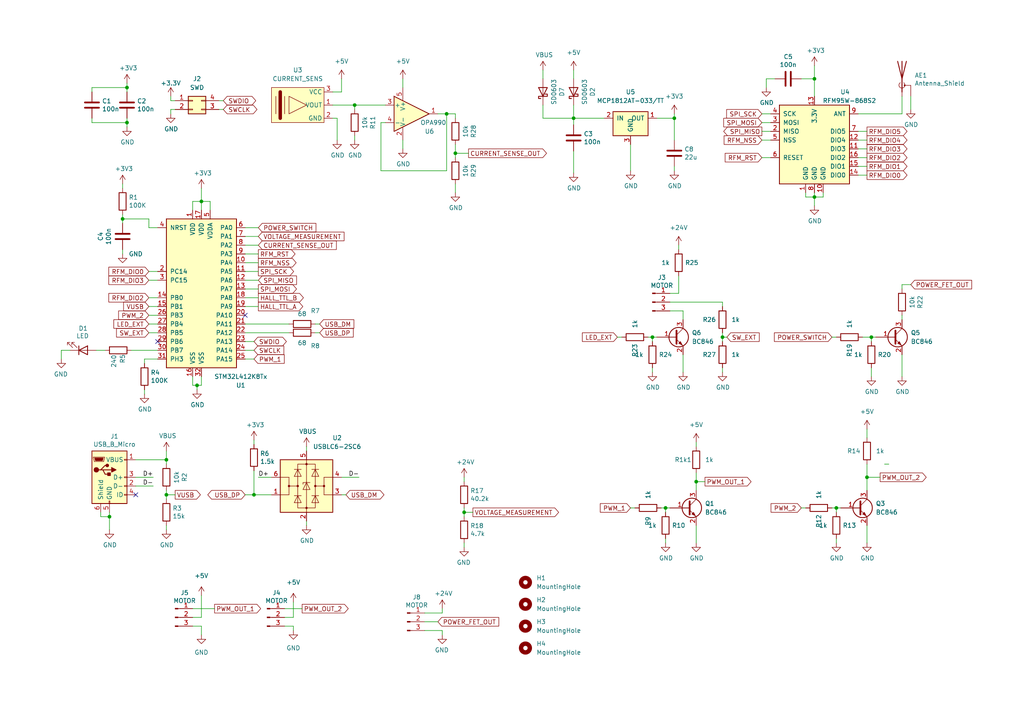
<source format=kicad_sch>
(kicad_sch (version 20230121) (generator eeschema)
  (paper "A4")
  (junction (at 195.58 34.29))
  (junction (at 193.04 147.32))
  (junction (at 209.55 97.79))
  (junction (at 201.93 139.7))
  (junction (at 35.56 63.5))
  (junction (at 166.37 34.29))
  (junction (at 236.22 57.15))
  (junction (at 58.42 58.42))
  (junction (at 36.83 25.4))
  (junction (at 134.62 148.59))
  (junction (at 102.87 30.48))
  (junction (at 242.57 147.32))
  (junction (at 252.73 97.79))
  (junction (at 251.46 138.43))
  (junction (at 48.26 143.51))
  (junction (at 236.22 22.86))
  (junction (at 132.08 44.45))
  (junction (at 129.54 33.02))
  (junction (at 36.83 35.56))
  (junction (at 48.26 133.35))
  (junction (at 189.23 97.79))
  (junction (at 31.75 149.86))
  (junction (at 57.15 111.76))
  (junction (at 73.66 143.51))
  (no_connect (at 45.72 99.06))
  (no_connect (at 71.12 91.44))
  (no_connect (at 39.37 143.51))
  (wire (pts (xy 134.62 149.86) (xy 134.62 148.59)))
  (wire (pts (xy 251.46 43.18) (xy 248.92 43.18)))
  (wire (pts (xy 166.37 50.165) (xy 166.37 43.815)))
  (wire (pts (xy 250.19 97.79) (xy 252.73 97.79)))
  (wire (pts (xy 256.54 134.62) (xy 257.81 134.62)))
  (wire (pts (xy 60.96 58.42) (xy 60.96 60.96)))
  (wire (pts (xy 71.12 71.12) (xy 74.93 71.12)))
  (wire (pts (xy 43.18 63.5) (xy 35.56 63.5)))
  (wire (pts (xy 195.58 49.53) (xy 195.58 48.26)))
  (wire (pts (xy 78.74 143.51) (xy 73.66 143.51)))
  (wire (pts (xy 251.46 134.62) (xy 251.46 138.43)))
  (wire (pts (xy 189.23 97.79) (xy 189.23 99.06)))
  (wire (pts (xy 31.75 149.86) (xy 31.75 148.59)))
  (wire (pts (xy 223.52 45.72) (xy 220.98 45.72)))
  (wire (pts (xy 43.18 93.98) (xy 45.72 93.98)))
  (wire (pts (xy 17.78 101.6) (xy 17.78 104.14)))
  (wire (pts (xy 55.88 60.96) (xy 55.88 58.42)))
  (wire (pts (xy 55.88 176.53) (xy 62.23 176.53)))
  (wire (pts (xy 71.12 86.36) (xy 74.93 86.36)))
  (wire (pts (xy 242.57 147.32) (xy 243.84 147.32)))
  (wire (pts (xy 233.68 57.15) (xy 236.22 57.15)))
  (wire (pts (xy 36.83 25.4) (xy 36.83 26.67)))
  (wire (pts (xy 55.88 109.22) (xy 55.88 111.76)))
  (wire (pts (xy 201.93 139.7) (xy 201.93 142.24)))
  (wire (pts (xy 222.25 22.86) (xy 224.79 22.86)))
  (wire (pts (xy 49.53 29.21) (xy 49.53 27.94)))
  (wire (pts (xy 123.19 177.8) (xy 128.27 177.8)))
  (wire (pts (xy 251.46 138.43) (xy 255.27 138.43)))
  (wire (pts (xy 71.12 101.6) (xy 73.66 101.6)))
  (wire (pts (xy 74.93 138.43) (xy 78.74 138.43)))
  (wire (pts (xy 189.23 97.79) (xy 190.5 97.79)))
  (wire (pts (xy 43.18 63.5) (xy 43.18 66.04)))
  (wire (pts (xy 85.09 174.625) (xy 85.09 179.07)))
  (wire (pts (xy 132.08 53.34) (xy 132.08 55.88)))
  (wire (pts (xy 43.18 66.04) (xy 45.72 66.04)))
  (wire (pts (xy 73.66 136.525) (xy 73.66 143.51)))
  (wire (pts (xy 99.06 143.51) (xy 100.33 143.51)))
  (wire (pts (xy 82.55 181.61) (xy 85.09 181.61)))
  (wire (pts (xy 85.09 181.61) (xy 85.09 182.88)))
  (wire (pts (xy 48.26 142.24) (xy 48.26 143.51)))
  (wire (pts (xy 190.5 34.29) (xy 195.58 34.29)))
  (wire (pts (xy 71.12 93.98) (xy 83.82 93.98)))
  (wire (pts (xy 157.48 34.29) (xy 166.37 34.29)))
  (wire (pts (xy 191.77 147.32) (xy 193.04 147.32)))
  (wire (pts (xy 73.66 104.14) (xy 71.12 104.14)))
  (wire (pts (xy 128.27 182.88) (xy 123.19 182.88)))
  (wire (pts (xy 238.76 57.15) (xy 238.76 55.88)))
  (wire (pts (xy 26.67 26.67) (xy 26.67 25.4)))
  (wire (pts (xy 102.87 39.37) (xy 102.87 40.64)))
  (wire (pts (xy 242.57 156.21) (xy 242.57 157.48)))
  (wire (pts (xy 193.04 147.32) (xy 194.31 147.32)))
  (wire (pts (xy 57.15 111.76) (xy 58.42 111.76)))
  (wire (pts (xy 58.42 181.61) (xy 58.42 184.15)))
  (wire (pts (xy 166.37 20.32) (xy 166.37 22.86)))
  (wire (pts (xy 48.26 153.67) (xy 48.26 152.4)))
  (wire (pts (xy 110.49 49.53) (xy 129.54 49.53)))
  (wire (pts (xy 45.72 104.14) (xy 41.91 104.14)))
  (wire (pts (xy 242.57 147.32) (xy 242.57 148.59)))
  (wire (pts (xy 71.12 81.28) (xy 74.93 81.28)))
  (wire (pts (xy 201.93 139.7) (xy 204.47 139.7)))
  (wire (pts (xy 236.22 59.69) (xy 236.22 57.15)))
  (wire (pts (xy 71.12 68.58) (xy 74.93 68.58)))
  (wire (pts (xy 43.18 96.52) (xy 45.72 96.52)))
  (wire (pts (xy 96.52 30.48) (xy 102.87 30.48)))
  (wire (pts (xy 71.12 96.52) (xy 83.82 96.52)))
  (wire (pts (xy 30.48 101.6) (xy 27.94 101.6)))
  (wire (pts (xy 132.08 44.45) (xy 132.08 45.72)))
  (wire (pts (xy 261.62 82.55) (xy 261.62 83.82)))
  (wire (pts (xy 63.5 29.21) (xy 64.77 29.21)))
  (wire (pts (xy 58.42 54.61) (xy 58.42 58.42)))
  (wire (pts (xy 134.62 138.43) (xy 134.62 139.7)))
  (wire (pts (xy 50.8 31.75) (xy 49.53 31.75)))
  (wire (pts (xy 116.84 22.86) (xy 116.84 25.4)))
  (wire (pts (xy 36.83 35.56) (xy 36.83 36.83)))
  (wire (pts (xy 97.79 34.29) (xy 97.79 40.64)))
  (wire (pts (xy 71.12 76.2) (xy 74.93 76.2)))
  (wire (pts (xy 20.32 101.6) (xy 17.78 101.6)))
  (wire (pts (xy 251.46 50.8) (xy 248.92 50.8)))
  (wire (pts (xy 222.25 25.4) (xy 222.25 22.86)))
  (wire (pts (xy 166.37 34.29) (xy 166.37 36.195)))
  (wire (pts (xy 134.62 148.59) (xy 134.62 147.32)))
  (wire (pts (xy 261.62 102.87) (xy 261.62 109.22)))
  (wire (pts (xy 58.42 179.07) (xy 58.42 172.72)))
  (wire (pts (xy 252.73 97.79) (xy 254 97.79)))
  (wire (pts (xy 48.26 143.51) (xy 48.26 144.78)))
  (wire (pts (xy 71.12 99.06) (xy 73.66 99.06)))
  (wire (pts (xy 193.04 147.32) (xy 193.04 148.59)))
  (wire (pts (xy 132.08 44.45) (xy 135.89 44.45)))
  (wire (pts (xy 102.87 30.48) (xy 111.76 30.48)))
  (wire (pts (xy 123.19 180.34) (xy 127 180.34)))
  (wire (pts (xy 241.3 97.79) (xy 242.57 97.79)))
  (wire (pts (xy 58.42 181.61) (xy 55.88 181.61)))
  (wire (pts (xy 134.62 148.59) (xy 137.16 148.59)))
  (wire (pts (xy 194.31 87.63) (xy 209.55 87.63)))
  (wire (pts (xy 129.54 33.02) (xy 132.08 33.02)))
  (wire (pts (xy 26.67 34.29) (xy 26.67 35.56)))
  (wire (pts (xy 41.91 104.14) (xy 41.91 105.41)))
  (wire (pts (xy 236.22 27.94) (xy 236.22 22.86)))
  (wire (pts (xy 157.48 30.48) (xy 157.48 34.29)))
  (wire (pts (xy 252.73 97.79) (xy 252.73 99.06)))
  (wire (pts (xy 110.49 35.56) (xy 110.49 49.53)))
  (wire (pts (xy 39.37 140.97) (xy 44.45 140.97)))
  (wire (pts (xy 36.83 24.13) (xy 36.83 25.4)))
  (wire (pts (xy 73.66 143.51) (xy 71.12 143.51)))
  (wire (pts (xy 187.96 97.79) (xy 189.23 97.79)))
  (wire (pts (xy 57.15 113.03) (xy 57.15 111.76)))
  (wire (pts (xy 45.72 91.44) (xy 43.18 91.44)))
  (wire (pts (xy 71.12 66.04) (xy 74.93 66.04)))
  (wire (pts (xy 201.93 137.16) (xy 201.93 139.7)))
  (wire (pts (xy 194.31 85.09) (xy 196.85 85.09)))
  (wire (pts (xy 35.56 63.5) (xy 35.56 62.23)))
  (wire (pts (xy 129.54 49.53) (xy 129.54 33.02)))
  (wire (pts (xy 248.92 33.02) (xy 261.62 33.02)))
  (wire (pts (xy 261.62 91.44) (xy 261.62 92.71)))
  (wire (pts (xy 220.98 35.56) (xy 223.52 35.56)))
  (wire (pts (xy 196.85 85.09) (xy 196.85 80.01)))
  (wire (pts (xy 232.41 147.32) (xy 233.68 147.32)))
  (wire (pts (xy 232.41 22.86) (xy 236.22 22.86)))
  (wire (pts (xy 251.46 38.1) (xy 248.92 38.1)))
  (wire (pts (xy 209.55 97.79) (xy 210.82 97.79)))
  (wire (pts (xy 55.88 111.76) (xy 57.15 111.76)))
  (wire (pts (xy 201.93 128.27) (xy 201.93 129.54)))
  (wire (pts (xy 35.56 73.66) (xy 35.56 72.39)))
  (wire (pts (xy 251.46 124.46) (xy 251.46 127)))
  (wire (pts (xy 26.67 35.56) (xy 36.83 35.56)))
  (wire (pts (xy 166.37 34.29) (xy 175.26 34.29)))
  (wire (pts (xy 31.75 153.67) (xy 31.75 149.86)))
  (wire (pts (xy 195.58 33.02) (xy 195.58 34.29)))
  (wire (pts (xy 157.48 20.32) (xy 157.48 22.86)))
  (wire (pts (xy 41.91 114.3) (xy 41.91 113.03)))
  (wire (pts (xy 251.46 45.72) (xy 248.92 45.72)))
  (wire (pts (xy 82.55 176.53) (xy 87.63 176.53)))
  (wire (pts (xy 128.27 176.53) (xy 128.27 177.8)))
  (wire (pts (xy 261.62 27.94) (xy 261.62 33.02)))
  (wire (pts (xy 236.22 57.15) (xy 238.76 57.15)))
  (wire (pts (xy 189.23 106.68) (xy 189.23 107.95)))
  (wire (pts (xy 99.06 22.86) (xy 99.06 26.67)))
  (wire (pts (xy 104.14 138.43) (xy 99.06 138.43)))
  (wire (pts (xy 132.08 41.91) (xy 132.08 44.45)))
  (wire (pts (xy 264.16 31.75) (xy 264.16 27.94)))
  (wire (pts (xy 71.12 73.66) (xy 74.93 73.66)))
  (wire (pts (xy 209.55 87.63) (xy 209.55 88.9)))
  (wire (pts (xy 223.52 38.1) (xy 220.98 38.1)))
  (wire (pts (xy 209.55 97.79) (xy 209.55 99.06)))
  (wire (pts (xy 35.56 53.34) (xy 35.56 54.61)))
  (wire (pts (xy 195.58 34.29) (xy 195.58 40.64)))
  (wire (pts (xy 45.72 86.36) (xy 43.18 86.36)))
  (wire (pts (xy 261.62 82.55) (xy 264.16 82.55)))
  (wire (pts (xy 91.44 93.98) (xy 92.71 93.98)))
  (wire (pts (xy 251.46 152.4) (xy 251.46 157.48)))
  (wire (pts (xy 39.37 138.43) (xy 44.45 138.43)))
  (wire (pts (xy 194.31 90.17) (xy 198.12 90.17)))
  (wire (pts (xy 26.67 25.4) (xy 36.83 25.4)))
  (wire (pts (xy 134.62 158.75) (xy 134.62 157.48)))
  (wire (pts (xy 128.27 182.88) (xy 128.27 184.15)))
  (wire (pts (xy 71.12 78.74) (xy 74.93 78.74)))
  (wire (pts (xy 209.55 96.52) (xy 209.55 97.79)))
  (wire (pts (xy 166.37 30.48) (xy 166.37 34.29)))
  (wire (pts (xy 91.44 96.52) (xy 92.71 96.52)))
  (wire (pts (xy 71.12 83.82) (xy 74.93 83.82)))
  (wire (pts (xy 64.77 31.75) (xy 63.5 31.75)))
  (wire (pts (xy 88.9 152.4) (xy 88.9 151.13)))
  (wire (pts (xy 36.83 34.29) (xy 36.83 35.56)))
  (wire (pts (xy 35.56 64.77) (xy 35.56 63.5)))
  (wire (pts (xy 49.53 29.21) (xy 50.8 29.21)))
  (wire (pts (xy 236.22 57.15) (xy 236.22 55.88)))
  (wire (pts (xy 71.12 88.9) (xy 74.93 88.9)))
  (wire (pts (xy 182.88 147.32) (xy 184.15 147.32)))
  (wire (pts (xy 132.08 34.29) (xy 132.08 33.02)))
  (wire (pts (xy 82.55 179.07) (xy 85.09 179.07)))
  (wire (pts (xy 48.26 133.35) (xy 48.26 134.62)))
  (wire (pts (xy 73.66 127.635) (xy 73.66 128.905)))
  (wire (pts (xy 179.07 97.79) (xy 180.34 97.79)))
  (wire (pts (xy 55.88 179.07) (xy 58.42 179.07)))
  (wire (pts (xy 193.04 156.21) (xy 193.04 157.48)))
  (wire (pts (xy 43.18 81.28) (xy 45.72 81.28)))
  (wire (pts (xy 233.68 55.88) (xy 233.68 57.15)))
  (wire (pts (xy 29.21 148.59) (xy 29.21 149.86)))
  (wire (pts (xy 96.52 26.67) (xy 99.06 26.67)))
  (wire (pts (xy 102.87 30.48) (xy 102.87 31.75)))
  (wire (pts (xy 45.72 101.6) (xy 38.1 101.6)))
  (wire (pts (xy 209.55 106.68) (xy 209.55 107.95)))
  (wire (pts (xy 88.9 129.54) (xy 88.9 130.81)))
  (wire (pts (xy 111.76 35.56) (xy 110.49 35.56)))
  (wire (pts (xy 58.42 60.96) (xy 58.42 58.42)))
  (wire (pts (xy 43.18 78.74) (xy 45.72 78.74)))
  (wire (pts (xy 236.22 22.86) (xy 236.22 19.05)))
  (wire (pts (xy 116.84 40.64) (xy 116.84 43.18)))
  (wire (pts (xy 251.46 40.64) (xy 248.92 40.64)))
  (wire (pts (xy 196.85 71.12) (xy 196.85 72.39)))
  (wire (pts (xy 39.37 133.35) (xy 48.26 133.35)))
  (wire (pts (xy 48.26 130.81) (xy 48.26 133.35)))
  (wire (pts (xy 198.12 102.87) (xy 198.12 107.95)))
  (wire (pts (xy 29.21 149.86) (xy 31.75 149.86)))
  (wire (pts (xy 58.42 58.42) (xy 60.96 58.42)))
  (wire (pts (xy 223.52 33.02) (xy 220.98 33.02)))
  (wire (pts (xy 129.54 33.02) (xy 127 33.02)))
  (wire (pts (xy 252.73 106.68) (xy 252.73 109.22)))
  (wire (pts (xy 43.18 88.9) (xy 45.72 88.9)))
  (wire (pts (xy 182.88 49.53) (xy 182.88 41.91)))
  (wire (pts (xy 198.12 90.17) (xy 198.12 92.71)))
  (wire (pts (xy 220.98 40.64) (xy 223.52 40.64)))
  (wire (pts (xy 58.42 111.76) (xy 58.42 109.22)))
  (wire (pts (xy 49.53 31.75) (xy 49.53 33.02)))
  (wire (pts (xy 251.46 138.43) (xy 251.46 142.24)))
  (wire (pts (xy 201.93 152.4) (xy 201.93 157.48)))
  (wire (pts (xy 55.88 58.42) (xy 58.42 58.42)))
  (wire (pts (xy 241.3 147.32) (xy 242.57 147.32)))
  (wire (pts (xy 251.46 48.26) (xy 248.92 48.26)))
  (wire (pts (xy 48.26 143.51) (xy 50.8 143.51)))
  (wire (pts (xy 97.79 34.29) (xy 96.52 34.29)))
  (label "D-" (at 44.45 140.97 180))
  (label "D-" (at 104.14 138.43 180))
  (label "D+" (at 74.93 138.43 0))
  (label "D+" (at 44.45 138.43 180))
  (global_label "RFM_DIO3" (shape input) (at 43.18 81.28 180) (property "Intersheetrefs" "${INTERSHEET_REFS}" (effects hide)))
  (global_label "PWM_OUT_1" (shape output) (at 204.47 139.7 0) (property "Intersheetrefs" "${INTERSHEET_REFS}" (effects hide)))
  (global_label "RFM_RST" (shape input) (at 220.98 45.72 180) (property "Intersheetrefs" "${INTERSHEET_REFS}" (effects hide)))
  (global_label "USB_DP" (shape input) (at 92.71 96.52 0) (property "Intersheetrefs" "${INTERSHEET_REFS}" (effects hide)))
  (global_label "RFM_DIO4" (shape output) (at 251.46 40.64 0) (property "Intersheetrefs" "${INTERSHEET_REFS}" (effects hide)))
  (global_label "PWM_OUT_1" (shape output) (at 62.23 176.53 0) (property "Intersheetrefs" "${INTERSHEET_REFS}" (effects hide)))
  (global_label "PWM_OUT_2" (shape output) (at 87.63 176.53 0) (property "Intersheetrefs" "${INTERSHEET_REFS}" (effects hide)))
  (global_label "PWM_OUT_2" (shape output) (at 255.27 138.43 0) (property "Intersheetrefs" "${INTERSHEET_REFS}" (effects hide)))
  (global_label "PWM_1" (shape input) (at 182.88 147.32 180) (property "Intersheetrefs" "${INTERSHEET_REFS}" (effects hide)))
  (global_label "VUSB" (shape output) (at 50.8 143.51 0) (property "Intersheetrefs" "${INTERSHEET_REFS}" (effects hide)))
  (global_label "RFM_DIO0" (shape output) (at 251.46 50.8 0) (property "Intersheetrefs" "${INTERSHEET_REFS}" (effects hide)))
  (global_label "SPI_MISO" (shape output) (at 220.98 38.1 180) (property "Intersheetrefs" "${INTERSHEET_REFS}" (effects hide)))
  (global_label "RFM_NSS" (shape input) (at 220.98 40.64 180) (property "Intersheetrefs" "${INTERSHEET_REFS}" (effects hide)))
  (global_label "SW_EXT" (shape input) (at 43.18 96.52 180) (property "Intersheetrefs" "${INTERSHEET_REFS}" (effects hide)))
  (global_label "HALL_TTL_B" (shape output) (at 74.93 86.36 0) (property "Intersheetrefs" "${INTERSHEET_REFS}" (effects hide)))
  (global_label "SPI_SCK" (shape output) (at 74.93 78.74 0) (property "Intersheetrefs" "${INTERSHEET_REFS}" (effects hide)))
  (global_label "PWM_2" (shape input) (at 232.41 147.32 180) (property "Intersheetrefs" "${INTERSHEET_REFS}" (effects hide)))
  (global_label "RFM_DIO2" (shape input) (at 43.18 86.36 180) (property "Intersheetrefs" "${INTERSHEET_REFS}" (effects hide)))
  (global_label "RFM_DIO0" (shape input) (at 43.18 78.74 180) (property "Intersheetrefs" "${INTERSHEET_REFS}" (effects hide)))
  (global_label "POWER_SWITCH" (shape input) (at 241.3 97.79 180) (property "Intersheetrefs" "${INTERSHEET_REFS}" (effects hide)))
  (global_label "VUSB" (shape input) (at 43.18 88.9 180) (property "Intersheetrefs" "${INTERSHEET_REFS}" (effects hide)))
  (global_label "SWCLK" (shape input) (at 73.66 101.6 0) (property "Intersheetrefs" "${INTERSHEET_REFS}" (effects hide)))
  (global_label "SWCLK" (shape bidirectional) (at 64.77 31.75 0) (property "Intersheetrefs" "${INTERSHEET_REFS}" (effects hide)))
  (global_label "RFM_DIO2" (shape output) (at 251.46 45.72 0) (property "Intersheetrefs" "${INTERSHEET_REFS}" (effects hide)))
  (global_label "SPI_SCK" (shape input) (at 220.98 33.02 180) (property "Intersheetrefs" "${INTERSHEET_REFS}" (effects hide)))
  (global_label "VOLTAGE_MEASUREMENT" (shape input) (at 74.93 68.58 0) (property "Intersheetrefs" "${INTERSHEET_REFS}" (effects hide)))
  (global_label "HALL_TTL_A" (shape output) (at 74.93 88.9 0) (property "Intersheetrefs" "${INTERSHEET_REFS}" (effects hide)))
  (global_label "USB_DM" (shape input) (at 92.71 93.98 0) (property "Intersheetrefs" "${INTERSHEET_REFS}" (effects hide)))
  (global_label "USB_DM" (shape bidirectional) (at 100.33 143.51 0) (property "Intersheetrefs" "${INTERSHEET_REFS}" (effects hide)))
  (global_label "RFM_DIO3" (shape output) (at 251.46 43.18 0) (property "Intersheetrefs" "${INTERSHEET_REFS}" (effects hide)))
  (global_label "LED_EXT" (shape input) (at 179.07 97.79 180) (property "Intersheetrefs" "${INTERSHEET_REFS}" (effects hide)))
  (global_label "POWER_FET_OUT" (shape input) (at 264.16 82.55 0) (property "Intersheetrefs" "${INTERSHEET_REFS}" (effects hide)))
  (global_label "SWDIO" (shape bidirectional) (at 73.66 99.06 0) (property "Intersheetrefs" "${INTERSHEET_REFS}" (effects hide)))
  (global_label "RFM_RST" (shape output) (at 74.93 73.66 0) (property "Intersheetrefs" "${INTERSHEET_REFS}" (effects hide)))
  (global_label "POWER_SWITCH" (shape input) (at 74.93 66.04 0) (property "Intersheetrefs" "${INTERSHEET_REFS}" (effects hide)))
  (global_label "CURRENT_SENSE_OUT" (shape input) (at 74.93 71.12 0) (property "Intersheetrefs" "${INTERSHEET_REFS}" (effects hide)))
  (global_label "VOLTAGE_MEASUREMENT" (shape output) (at 137.16 148.59 0) (property "Intersheetrefs" "${INTERSHEET_REFS}" (effects hide)))
  (global_label "USB_DP" (shape bidirectional) (at 71.12 143.51 180) (property "Intersheetrefs" "${INTERSHEET_REFS}" (effects hide)))
  (global_label "SPI_MISO" (shape input) (at 74.93 81.28 0) (property "Intersheetrefs" "${INTERSHEET_REFS}" (effects hide)))
  (global_label "SPI_MOSI" (shape input) (at 220.98 35.56 180) (property "Intersheetrefs" "${INTERSHEET_REFS}" (effects hide)))
  (global_label "CURRENT_SENSE_OUT" (shape output) (at 135.89 44.45 0) (property "Intersheetrefs" "${INTERSHEET_REFS}" (effects hide)))
  (global_label "SW_EXT" (shape input) (at 210.82 97.79 0) (property "Intersheetrefs" "${INTERSHEET_REFS}" (effects hide)))
  (global_label "POWER_FET_OUT" (shape input) (at 127 180.34 0) (property "Intersheetrefs" "${INTERSHEET_REFS}" (effects hide)))
  (global_label "RFM_DIO5" (shape output) (at 251.46 38.1 0) (property "Intersheetrefs" "${INTERSHEET_REFS}" (effects hide)))
  (global_label "PWM_2" (shape input) (at 43.18 91.44 180) (property "Intersheetrefs" "${INTERSHEET_REFS}" (effects hide)))
  (global_label "SWDIO" (shape bidirectional) (at 64.77 29.21 0) (property "Intersheetrefs" "${INTERSHEET_REFS}" (effects hide)))
  (global_label "SPI_MOSI" (shape output) (at 74.93 83.82 0) (property "Intersheetrefs" "${INTERSHEET_REFS}" (effects hide)))
  (global_label "RFM_DIO1" (shape output) (at 251.46 48.26 0) (property "Intersheetrefs" "${INTERSHEET_REFS}" (effects hide)))
  (global_label "RFM_NSS" (shape output) (at 74.93 76.2 0) (property "Intersheetrefs" "${INTERSHEET_REFS}" (effects hide)))
  (global_label "PWM_1" (shape input) (at 73.66 104.14 0) (property "Intersheetrefs" "${INTERSHEET_REFS}" (effects hide)))
  (global_label "LED_EXT" (shape input) (at 43.18 93.98 180) (property "Intersheetrefs" "${INTERSHEET_REFS}" (effects hide)))
  (symbol (lib_id "power:GND") (at 236.22 59.69 0) (unit 1)
    (property "Reference" "#PWR0110" (effects hide))
    (property "Value" "GND" (at 236.347 64.0842 0))
  )
  (symbol (lib_id "power:+24V") (at 196.85 71.12 0) (unit 1)
    (property "Reference" "#PWR0160" (effects hide))
    (property "Value" "+24V" (at 196.85 66.04 0))
  )
  (symbol (lib_id "Device:R") (at 132.08 49.53 0) (mirror y) (unit 1)
    (property "Reference" "R29" (at 137.3378 49.53 90))
    (property "Value" "10k" (at 135.0264 49.53 90))
    (property "Footprint" "Resistor_SMD:R_0603_1608Metric" (effects hide))
    (property "Hersteller Nr." "RT0603FRE0710KL" (effects hide))
    (property "Mouser Nr." "603-RT0603FRE0710KL" (effects hide))
  )
  (symbol (lib_id "power:GND") (at 102.87 40.64 0) (unit 1)
    (property "Reference" "#PWR0109" (effects hide))
    (property "Value" "GND" (at 102.997 45.0342 0))
  )
  (symbol (lib_id "MK_MCU:STM32L412K8Tx") (at 58.42 83.82 0) (unit 1)
    (property "Reference" "U1" (at 69.85 111.76 0))
    (property "Value" "STM32L412K8Tx" (at 69.85 109.22 0))
    (property "Footprint" "Package_QFP:LQFP-32_7x7mm_P0.8mm" (effects hide))
    (property "Hersteller Nr." "STM32L412K8T6" (effects hide))
    (property "Mouser Nr." "511-STM32L412K8T6" (effects hide))
  )
  (symbol (lib_id "Connector:Conn_01x03_Male") (at 189.23 87.63 0) (unit 1)
    (property "Reference" "J3" (at 191.9732 80.4926 0))
    (property "Value" "MOTOR" (at 191.9732 82.804 0))
    (property "Footprint" "Connector_PinHeader_2.54mm:PinHeader_1x03_P2.54mm_Vertical" (effects hide))
  )
  (symbol (lib_id "Mechanical:MountingHole") (at 152.4 168.91 0) (unit 1)
    (property "Reference" "H1" (at 155.575 167.6399 0) (effects (justify left)))
    (property "Value" "MountingHole" (at 155.575 170.1799 0) (effects (justify left)))
    (property "Footprint" "MountingHole:MountingHole_3.2mm_M3" (effects hide))
  )
  (symbol (lib_id "Amplifier_Operational:OPA330xxDBV") (at 119.38 33.02 0) (unit 1)
    (property "Reference" "U6" (at 123.19 38.1 0) (effects (justify left)))
    (property "Value" "OPA990" (at 121.92 35.56 0) (effects (justify left)))
    (property "Footprint" "Package_TO_SOT_SMD:SOT-23-5" (effects hide))
    (property "Datasheet" "https://www.ti.com/lit/ds/symlink/opa990.pdf" (effects hide))
    (property "Hersteller Nr." "OPA990IDBVR " (effects hide))
    (property "Mouser Nr." "595-OPA990IDBVR " (effects hide))
  )
  (symbol (lib_id "Device:C") (at 35.56 68.58 180) (unit 1)
    (property "Reference" "C4" (at 29.1592 68.58 90))
    (property "Value" "100n" (at 31.4706 68.58 90))
    (property "Footprint" "Capacitor_SMD:C_0603_1608Metric" (effects hide))
    (property "Datasheet" "https://www.mouser.ch/datasheet/2/585/MLCC-1837944.pdf" (effects hide))
    (property "Hersteller Nr." "CL10B104KB8NNWC" (effects hide))
    (property "Mouser Nr." "187-CL10B104KB8NNWC" (effects hide))
  )
  (symbol (lib_id "Connector:Conn_01x03_Male") (at 50.8 179.07 0) (unit 1)
    (property "Reference" "J5" (at 53.5432 171.9326 0))
    (property "Value" "MOTOR" (at 53.5432 174.244 0))
    (property "Footprint" "Connector_PinHeader_2.54mm:PinHeader_1x03_P2.54mm_Vertical" (effects hide))
  )
  (symbol (lib_id "power:+24V") (at 128.27 176.53 0) (unit 1)
    (property "Reference" "#PWR0155" (effects hide))
    (property "Value" "+24V" (at 128.651 172.1358 0))
  )
  (symbol (lib_id "power:VBUS") (at 48.26 130.81 0) (unit 1)
    (property "Reference" "#PWR0123" (effects hide))
    (property "Value" "VBUS" (at 48.641 126.4158 0))
  )
  (symbol (lib_id "power:GND") (at 85.09 182.88 0) (unit 1)
    (property "Reference" "#PWR0134" (effects hide))
    (property "Value" "GND" (at 85.09 187.96 0))
  )
  (symbol (lib_id "power:GND") (at 58.42 184.15 0) (unit 1)
    (property "Reference" "#PWR0132" (effects hide))
    (property "Value" "GND" (at 58.42 189.23 0))
  )
  (symbol (lib_id "power:+5V") (at 85.09 174.625 0) (unit 1)
    (property "Reference" "#PWR0127" (effects hide))
    (property "Value" "+5V" (at 85.09 168.91 0))
  )
  (symbol (lib_id "power:GND") (at 31.75 153.67 0) (unit 1)
    (property "Reference" "#PWR0122" (effects hide))
    (property "Value" "GND" (at 31.877 158.0642 0))
  )
  (symbol (lib_id "power:GND") (at 195.58 49.53 0) (unit 1)
    (property "Reference" "#PWR0146" (effects hide))
    (property "Value" "GND" (at 195.707 53.9242 0))
  )
  (symbol (lib_id "power:+5V") (at 166.37 20.32 0) (unit 1)
    (property "Reference" "#PWR0147" (effects hide))
    (property "Value" "+5V" (at 166.37 15.24 0))
  )
  (symbol (lib_id "Device:D_Schottky") (at 166.37 26.67 90) (unit 1)
    (property "Reference" "D2" (at 171.8564 26.67 0))
    (property "Value" "SD0603" (at 169.545 26.67 0))
    (property "Footprint" "Diode_SMD:D_0603_1608Metric" (effects hide))
    (property "Datasheet" "https://www.mouser.ch/datasheet/2/40/schottky-776407.pdf" (effects hide))
    (property "Hersteller Nr." "SD0603S040S0R2" (effects hide))
    (property "Mouser Nr." "581-SD0603S040S0R2 " (effects hide))
  )
  (symbol (lib_id "Connector_Generic:Conn_02x02_Counter_Clockwise") (at 55.88 29.21 0) (unit 1)
    (property "Reference" "J2" (at 57.15 22.86 0))
    (property "Value" "SWD" (at 57.15 25.4 0))
    (property "Footprint" "Connector_PinHeader_2.54mm:PinHeader_2x02_P2.54mm_Vertical" (effects hide))
  )
  (symbol (lib_id "power:+24V") (at 134.62 138.43 0) (unit 1)
    (property "Reference" "#PWR0151" (effects hide))
    (property "Value" "+24V" (at 135.001 134.0358 0))
  )
  (symbol (lib_id "Device:LED") (at 24.13 101.6 0) (mirror x) (unit 1)
    (property "Reference" "D1" (at 24.13 95.25 0))
    (property "Value" "LED" (at 23.9522 97.4344 0))
    (property "Footprint" "LED_SMD:LED_0603_1608Metric" (effects hide))
    (property "Hersteller Nr." "150060VS75000" (effects hide))
    (property "Mouser Nr." "710-150060VS75000" (effects hide))
  )
  (symbol (lib_id "Device:R") (at 134.62 153.67 0) (unit 1)
    (property "Reference" "R18" (at 136.398 152.5016 0) (effects (justify left)))
    (property "Value" "4.7k" (at 136.398 154.813 0) (effects (justify left)))
    (property "Footprint" "Resistor_SMD:R_0603_1608Metric" (effects hide))
    (property "Hersteller Nr." "RT0603FRE074K7" (effects hide))
    (property "Mouser Nr." "603-RT0603FRE074K7L" (effects hide))
  )
  (symbol (lib_id "Device:R") (at 73.66 132.715 180) (unit 1)
    (property "Reference" "R6" (at 75.438 131.5466 0) (effects (justify right)))
    (property "Value" "1.5k" (at 75.438 133.858 0) (effects (justify right)))
    (property "Footprint" "Resistor_SMD:R_0603_1608Metric" (effects hide))
    (property "Hersteller Nr." "RT0603FRE101K5L" (effects hide))
    (property "Mouser Nr." "603-RT0603FRE101K5L" (effects hide))
  )
  (symbol (lib_id "power:GND") (at 209.55 107.95 0) (unit 1)
    (property "Reference" "#PWR0161" (effects hide))
    (property "Value" "GND" (at 209.677 112.3442 0))
  )
  (symbol (lib_id "power:GND") (at 264.16 31.75 0) (unit 1)
    (property "Reference" "#PWR0125" (effects hide))
    (property "Value" "GND" (at 264.287 36.1442 0))
  )
  (symbol (lib_id "Device:D_Schottky") (at 157.48 26.67 90) (unit 1)
    (property "Reference" "D7" (at 162.9664 26.67 0))
    (property "Value" "SD0603" (at 160.655 26.67 0))
    (property "Footprint" "Diode_SMD:D_0603_1608Metric" (effects hide))
    (property "Datasheet" "https://www.mouser.ch/datasheet/2/40/schottky-776407.pdf" (effects hide))
    (property "Hersteller Nr." "SD0603S040S0R2" (effects hide))
    (property "Mouser Nr." "581-SD0603S040S0R2 " (effects hide))
  )
  (symbol (lib_id "Device:R") (at 132.08 38.1 0) (mirror y) (unit 1)
    (property "Reference" "R28" (at 137.3378 38.1 90))
    (property "Value" "10k" (at 135.0264 38.1 90))
    (property "Footprint" "Resistor_SMD:R_0603_1608Metric" (effects hide))
    (property "Hersteller Nr." "RT0603FRE0710KL" (effects hide))
    (property "Mouser Nr." "603-RT0603FRE0710KL" (effects hide))
  )
  (symbol (lib_id "power:GND") (at 41.91 114.3 0) (unit 1)
    (property "Reference" "#PWR0103" (effects hide))
    (property "Value" "GND" (at 42.037 118.6942 0))
  )
  (symbol (lib_id "Device:R") (at 251.46 130.81 0) (unit 1)
    (property "Reference" "R14" (at 247.65 130.81 0))
    (property "Value" "1k" (at 255.27 130.81 0))
    (property "Footprint" "Resistor_SMD:R_0603_1608Metric" (effects hide))
    (property "Hersteller Nr." "RT0603FRE071KL" (effects hide))
    (property "Mouser Nr." "603-RT0603FRE071KL" (effects hide))
  )
  (symbol (lib_id "power:GND") (at 88.9 152.4 0) (unit 1)
    (property "Reference" "#PWR0119" (effects hide))
    (property "Value" "GND" (at 89.027 156.7942 0))
  )
  (symbol (lib_id "power:GND") (at 48.26 153.67 0) (unit 1)
    (property "Reference" "#PWR0121" (effects hide))
    (property "Value" "GND" (at 48.387 158.0642 0))
  )
  (symbol (lib_id "power:+5V") (at 58.42 172.72 0) (unit 1)
    (property "Reference" "#PWR0114" (effects hide))
    (property "Value" "+5V" (at 58.42 167.005 0))
  )
  (symbol (lib_id "power:GND") (at 261.62 109.22 0) (unit 1)
    (property "Reference" "#PWR0144" (effects hide))
    (property "Value" "GND" (at 261.747 113.6142 0))
  )
  (symbol (lib_id "Device:R") (at 87.63 93.98 90) (unit 1)
    (property "Reference" "R7" (at 91.44 90.17 90))
    (property "Value" "68" (at 87.63 91.0336 90))
    (property "Footprint" "Resistor_SMD:R_0603_1608Metric" (effects hide))
    (property "Hersteller Nr." "CRCW060368R0FKEA" (effects hide))
    (property "Mouser Nr." "71-CRCW0603-68-E3" (effects hide))
  )
  (symbol (lib_id "power:GND") (at 134.62 158.75 0) (mirror y) (unit 1)
    (property "Reference" "#PWR0152" (effects hide))
    (property "Value" "GND" (at 134.493 163.1442 0))
  )
  (symbol (lib_id "MK_Sensor:CURRENT_SENS") (at 86.36 30.48 0) (unit 1)
    (property "Reference" "U3" (at 86.36 20.32 0))
    (property "Value" "CURRENT_SENS" (at 86.36 22.86 0))
    (property "Footprint" "MK_Footprints:L01Z" (effects hide))
    (property "Hersteller Nr." "L01Z050S05" (effects hide))
    (property "Mouser Nr." "838-L01Z050S05" (effects hide))
  )
  (symbol (lib_id "Device:R") (at 261.62 87.63 0) (mirror y) (unit 1)
    (property "Reference" "R22" (at 266.8778 87.63 90))
    (property "Value" "10k" (at 264.5664 87.63 90))
    (property "Footprint" "Resistor_SMD:R_0603_1608Metric" (effects hide))
    (property "Hersteller Nr." "RT0603FRE0710KL" (effects hide))
    (property "Mouser Nr." "603-RT0603FRE0710KL" (effects hide))
  )
  (symbol (lib_id "power:GND") (at 193.04 157.48 0) (unit 1)
    (property "Reference" "#PWR0116" (effects hide))
    (property "Value" "GND" (at 193.167 161.8742 0))
  )
  (symbol (lib_id "power:+3.3V") (at 49.53 27.94 0) (unit 1)
    (property "Reference" "#PWR0102" (effects hide))
    (property "Value" "+3.3V" (at 49.53 24.13 0))
  )
  (symbol (lib_id "power:+5V") (at 99.06 22.86 0) (unit 1)
    (property "Reference" "#PWR0112" (effects hide))
    (property "Value" "+5V" (at 99.06 17.78 0))
  )
  (symbol (lib_id "power:GND") (at 252.73 109.22 0) (unit 1)
    (property "Reference" "#PWR0145" (effects hide))
    (property "Value" "GND" (at 252.857 113.6142 0))
  )
  (symbol (lib_id "Connector:USB_B_Micro") (at 31.75 138.43 0) (unit 1)
    (property "Reference" "J1" (at 33.1978 126.5682 0))
    (property "Value" "USB_B_Micro" (at 33.1978 128.8796 0))
    (property "Footprint" "Connector_USB:USB_Micro-B_Wuerth_614105150721_Vertical" (effects hide))
    (property "Datasheet" "https://www.mouser.ch/datasheet/2/445/614105150721-1717916.pdf" (effects hide))
    (property "Hersteller Nr." "614105150721" (effects hide))
    (property "Mouser Nr." "710-614105150721" (effects hide))
  )
  (symbol (lib_id "Device:C") (at 166.37 40.005 0) (unit 1)
    (property "Reference" "C3" (at 169.291 38.8366 0) (effects (justify left)))
    (property "Value" "100n" (at 169.291 41.148 0) (effects (justify left)))
    (property "Footprint" "Capacitor_SMD:C_0603_1608Metric" (effects hide))
    (property "Datasheet" "https://www.mouser.ch/datasheet/2/585/MLCC-1837944.pdf" (effects hide))
    (property "Hersteller Nr." "CL10B104KB8NNWC" (effects hide))
    (property "Mouser Nr." "187-CL10B104KB8NNWC" (effects hide))
  )
  (symbol (lib_id "power:GND") (at 116.84 43.18 0) (unit 1)
    (property "Reference" "#PWR0162" (effects hide))
    (property "Value" "GND" (at 116.967 47.5742 0))
  )
  (symbol (lib_id "Device:R") (at 187.96 147.32 90) (unit 1)
    (property "Reference" "R9" (at 187.96 151.13 0))
    (property "Value" "1k" (at 187.96 143.51 0))
    (property "Footprint" "Resistor_SMD:R_0603_1608Metric" (effects hide))
    (property "Hersteller Nr." "RT0603FRE071KL" (effects hide))
    (property "Mouser Nr." "603-RT0603FRE071KL" (effects hide))
  )
  (symbol (lib_id "power:GND") (at 222.25 25.4 0) (unit 1)
    (property "Reference" "#PWR0111" (effects hide))
    (property "Value" "GND" (at 222.377 29.7942 0))
  )
  (symbol (lib_id "power:VBUS") (at 88.9 129.54 0) (unit 1)
    (property "Reference" "#PWR0118" (effects hide))
    (property "Value" "VBUS" (at 89.281 125.1458 0))
  )
  (symbol (lib_id "power:GND") (at 198.12 107.95 0) (unit 1)
    (property "Reference" "#PWR0158" (effects hide))
    (property "Value" "GND" (at 198.247 112.3442 0))
  )
  (symbol (lib_id "power:GND") (at 97.79 40.64 0) (unit 1)
    (property "Reference" "#PWR0113" (effects hide))
    (property "Value" "GND" (at 97.917 45.0342 0))
  )
  (symbol (lib_id "power:GND") (at 49.53 33.02 0) (unit 1)
    (property "Reference" "#PWR0101" (effects hide))
    (property "Value" "GND" (at 49.657 37.4142 0))
  )
  (symbol (lib_id "power:GND") (at 132.08 55.88 0) (unit 1)
    (property "Reference" "#PWR0164" (effects hide))
    (property "Value" "GND" (at 132.207 60.2742 0))
  )
  (symbol (lib_id "power:GND") (at 182.88 49.53 0) (unit 1)
    (property "Reference" "#PWR0148" (effects hide))
    (property "Value" "GND" (at 183.007 53.9242 0))
  )
  (symbol (lib_id "power:GND") (at 189.23 107.95 0) (unit 1)
    (property "Reference" "#PWR0159" (effects hide))
    (property "Value" "GND" (at 189.357 112.3442 0))
  )
  (symbol (lib_id "power:+5V") (at 116.84 22.86 0) (unit 1)
    (property "Reference" "#PWR0163" (effects hide))
    (property "Value" "+5V" (at 116.84 17.78 0))
  )
  (symbol (lib_id "power:GND") (at 35.56 73.66 0) (unit 1)
    (property "Reference" "#PWR0157" (effects hide))
    (property "Value" "GND" (at 39.37 73.66 0))
  )
  (symbol (lib_id "Device:R") (at 134.62 143.51 0) (unit 1)
    (property "Reference" "R17" (at 136.398 142.3416 0) (effects (justify left)))
    (property "Value" "40.2k" (at 136.398 144.653 0) (effects (justify left)))
    (property "Footprint" "Resistor_SMD:R_0603_1608Metric" (effects hide))
    (property "Hersteller Nr." "RR0816P-4022-D-59C" (effects hide))
    (property "Mouser Nr." "754-RR0816P-4022D59C" (effects hide))
  )
  (symbol (lib_id "Device:Antenna_Shield") (at 261.62 22.86 0) (unit 1)
    (property "Reference" "AE1" (at 265.2776 21.8694 0) (effects (justify left)))
    (property "Value" "Antenna_Shield" (at 265.2776 24.1808 0) (effects (justify left)))
    (property "Footprint" "Connector_Coaxial:U.FL_Hirose_U.FL-R-SMT-1_Vertical" (effects hide))
    (property "Datasheet" "https://www.mouser.ch/datasheet/2/238/LNNC_S_A0004847293_1-2551020.pdf" (effects hide))
    (property "Hersteller Nr." "CONUFL001-SMD-T" (effects hide))
    (property "Mouser Nr." "712-CONUFL001-SMD-T" (effects hide))
  )
  (symbol (lib_id "Device:C") (at 26.67 30.48 0) (unit 1)
    (property "Reference" "C1" (at 29.591 29.3116 0) (effects (justify left)))
    (property "Value" "100n" (at 29.591 31.623 0) (effects (justify left)))
    (property "Footprint" "Capacitor_SMD:C_0603_1608Metric" (effects hide))
    (property "Datasheet" "https://www.mouser.ch/datasheet/2/585/MLCC-1837944.pdf" (effects hide))
    (property "Hersteller Nr." "CL10B104KB8NNWC" (effects hide))
    (property "Mouser Nr." "187-CL10B104KB8NNWC" (effects hide))
  )
  (symbol (lib_id "Transistor_BJT:BC846") (at 199.39 147.32 0) (unit 1)
    (property "Reference" "Q1" (at 204.47 146.0499 0) (effects (justify left)))
    (property "Value" "BC846" (at 204.47 148.5899 0) (effects (justify left)))
    (property "Footprint" "Package_TO_SOT_SMD:SOT-23" (effects hide))
    (property "Hersteller Nr." "BC846A,235" (effects hide))
    (property "Mouser Nr." "771-BC846A235" (effects hide))
  )
  (symbol (lib_id "power:+5V") (at 251.46 124.46 0) (unit 1)
    (property "Reference" "#PWR0131" (effects hide))
    (property "Value" "+5V" (at 251.46 119.38 0))
  )
  (symbol (lib_id "Device:R") (at 201.93 133.35 0) (unit 1)
    (property "Reference" "R1k1" (at 198.12 133.35 0))
    (property "Value" "1k" (at 205.74 133.35 0))
    (property "Footprint" "Resistor_SMD:R_0603_1608Metric" (effects hide))
    (property "Hersteller Nr." "RT0603FRE071KL" (effects hide))
    (property "Mouser Nr." "603-RT0603FRE071KL" (effects hide))
  )
  (symbol (lib_id "Device:R") (at 196.85 76.2 180) (unit 1)
    (property "Reference" "R25" (at 200.66 76.2 0))
    (property "Value" "1k" (at 193.04 76.2 0))
    (property "Footprint" "Resistor_SMD:R_0603_1608Metric" (effects hide))
    (property "Hersteller Nr." "RT0603FRE071KL" (effects hide))
    (property "Mouser Nr." "603-RT0603FRE071KL" (effects hide))
  )
  (symbol (lib_id "power:VBUS") (at 157.48 20.32 0) (unit 1)
    (property "Reference" "#PWR0128" (effects hide))
    (property "Value" "VBUS" (at 157.861 15.9258 0))
  )
  (symbol (lib_id "Power_Protection:USBLC6-2SC6") (at 88.9 140.97 0) (unit 1)
    (property "Reference" "U2" (at 97.79 127 0))
    (property "Value" "USBLC6-2SC6" (at 97.79 129.54 0))
    (property "Footprint" "Package_TO_SOT_SMD:SOT-23-6" (effects hide))
    (property "Hersteller Nr." "USBLC6-2SC6" (effects hide))
    (property "Mouser Nr." "511-USBLC6-2SC6" (effects hide))
  )
  (symbol (lib_id "Heissluftballon-rescue:+3.3V-power") (at 73.66 127.635 0) (unit 1)
    (property "Reference" "#PWR0117" (effects hide))
    (property "Value" "+3.3V" (at 74.041 123.2408 0))
  )
  (symbol (lib_id "Heissluftballon-rescue:+3.3V-power") (at 58.42 54.61 0) (unit 1)
    (property "Reference" "#PWR0108" (effects hide))
    (property "Value" "+3.3V" (at 58.801 50.2158 0))
  )
  (symbol (lib_id "Device:R") (at 252.73 102.87 180) (unit 1)
    (property "Reference" "R20" (at 256.54 102.87 0))
    (property "Value" "1k" (at 248.92 102.87 0))
    (property "Footprint" "Resistor_SMD:R_0603_1608Metric" (effects hide))
    (property "Hersteller Nr." "RT0603FRE071KL" (effects hide))
    (property "Mouser Nr." "603-RT0603FRE071KL" (effects hide))
  )
  (symbol (lib_id "Device:C") (at 228.6 22.86 90) (unit 1)
    (property "Reference" "C5" (at 228.6 16.4592 90))
    (property "Value" "100n" (at 228.6 18.7706 90))
    (property "Footprint" "Capacitor_SMD:C_0603_1608Metric" (effects hide))
    (property "Datasheet" "https://www.mouser.ch/datasheet/2/585/MLCC-1837944.pdf" (effects hide))
    (property "Hersteller Nr." "CL10B104KB8NNWC" (effects hide))
    (property "Mouser Nr." "187-CL10B104KB8NNWC" (effects hide))
  )
  (symbol (lib_id "Transistor_BJT:BC846") (at 259.08 97.79 0) (unit 1)
    (property "Reference" "Q5" (at 264.16 96.5199 0) (effects (justify left)))
    (property "Value" "BC846" (at 264.16 99.0599 0) (effects (justify left)))
    (property "Footprint" "Package_TO_SOT_SMD:SOT-23" (effects hide))
    (property "Hersteller Nr." "BC846A,235" (effects hide))
    (property "Mouser Nr." "771-BC846A235" (effects hide))
  )
  (symbol (lib_id "Device:R") (at 102.87 35.56 0) (mirror y) (unit 1)
    (property "Reference" "R11" (at 108.1278 35.56 90))
    (property "Value" "10k" (at 105.8164 35.56 90))
    (property "Footprint" "Resistor_SMD:R_0603_1608Metric" (effects hide))
    (property "Hersteller Nr." "RT0603FRE0710KL" (effects hide))
    (property "Mouser Nr." "603-RT0603FRE0710KL" (effects hide))
  )
  (symbol (lib_id "MK_Supply:MCP1812BT_033TT") (at 182.88 36.83 0) (unit 1)
    (property "Reference" "U5" (at 182.88 26.67 0))
    (property "Value" "MCP1812AT-033/TT" (at 182.88 29.21 0))
    (property "Footprint" "Package_TO_SOT_SMD:SOT-23" (effects hide))
    (property "Hersteller Nr." "MCP1812AT-033/TT" (effects hide))
    (property "Mouser Nr." "579-MCP1812AT-033/TT" (effects hide))
  )
  (symbol (lib_id "Mechanical:MountingHole") (at 152.4 175.26 0) (unit 1)
    (property "Reference" "H2" (at 155.575 173.9899 0) (effects (justify left)))
    (property "Value" "MountingHole" (at 155.575 176.5299 0) (effects (justify left)))
    (property "Footprint" "MountingHole:MountingHole_3.2mm_M3" (effects hide))
  )
  (symbol (lib_id "Heissluftballon-rescue:+3.3V-power") (at 236.22 19.05 0) (unit 1)
    (property "Reference" "#PWR0126" (effects hide))
    (property "Value" "+3.3V" (at 236.601 14.6558 0))
  )
  (symbol (lib_id "power:GND") (at 128.27 184.15 0) (mirror y) (unit 1)
    (property "Reference" "#PWR0156" (effects hide))
    (property "Value" "GND" (at 128.143 188.5442 0))
  )
  (symbol (lib_id "Mechanical:MountingHole") (at 152.4 187.96 0) (unit 1)
    (property "Reference" "H4" (at 155.575 186.6899 0) (effects (justify left)))
    (property "Value" "MountingHole" (at 155.575 189.2299 0) (effects (justify left)))
    (property "Footprint" "MountingHole:MountingHole_3.2mm_M3" (effects hide))
  )
  (symbol (lib_id "power:GND") (at 17.78 104.14 0) (mirror y) (unit 1)
    (property "Reference" "#PWR0107" (effects hide))
    (property "Value" "GND" (at 17.653 108.5342 0))
  )
  (symbol (lib_id "Transistor_BJT:BC846") (at 195.58 97.79 0) (unit 1)
    (property "Reference" "Q6" (at 200.66 96.5199 0) (effects (justify left)))
    (property "Value" "BC846" (at 200.66 99.0599 0) (effects (justify left)))
    (property "Footprint" "Package_TO_SOT_SMD:SOT-23" (effects hide))
    (property "Hersteller Nr." "BC846A,235" (effects hide))
    (property "Mouser Nr." "771-BC846A235" (effects hide))
  )
  (symbol (lib_id "Device:R") (at 209.55 102.87 0) (unit 1)
    (property "Reference" "R27" (at 205.74 102.87 0))
    (property "Value" "1k" (at 213.36 102.87 0))
    (property "Footprint" "Resistor_SMD:R_0603_1608Metric" (effects hide))
    (property "Hersteller Nr." "RT0603FRE071KL" (effects hide))
    (property "Mouser Nr." "603-RT0603FRE071KL" (effects hide))
  )
  (symbol (lib_id "power:GND") (at 36.83 36.83 0) (unit 1)
    (property "Reference" "#PWR0106" (effects hide))
    (property "Value" "GND" (at 36.957 41.2242 0))
  )
  (symbol (lib_id "Device:R") (at 34.29 101.6 270) (mirror x) (unit 1)
    (property "Reference" "R5" (at 35.56 105.41 0) (effects (justify left)))
    (property "Value" "240" (at 33.02 106.68 0) (effects (justify left)))
    (property "Footprint" "Resistor_SMD:R_0603_1608Metric" (effects hide))
    (property "Hersteller Nr." "RC0603FR-13240RL" (effects hide))
    (property "Mouser Nr." "603-RC0603FR-13240RL" (effects hide))
  )
  (symbol (lib_id "power:GND") (at 57.15 113.03 0) (unit 1)
    (property "Reference" "#PWR0104" (effects hide))
    (property "Value" "GND" (at 57.277 117.4242 0))
  )
  (symbol (lib_id "power:+5V") (at 201.93 128.27 0) (unit 1)
    (property "Reference" "#PWR0124" (effects hide))
    (property "Value" "+5V" (at 201.93 123.19 0))
  )
  (symbol (lib_id "Device:R") (at 41.91 109.22 0) (unit 1)
    (property "Reference" "R4" (at 43.688 108.0516 0) (effects (justify left)))
    (property "Value" "100K" (at 43.688 110.363 0) (effects (justify left)))
    (property "Footprint" "Resistor_SMD:R_0603_1608Metric" (effects hide))
    (property "Hersteller Nr." "CRCW0603100KFKEAC" (effects hide))
    (property "Mouser Nr." "71-CRCW0603100KFKEAC" (effects hide))
  )
  (symbol (lib_id "power:GND") (at 242.57 157.48 0) (unit 1)
    (property "Reference" "#PWR0130" (effects hide))
    (property "Value" "GND" (at 242.697 161.8742 0))
  )
  (symbol (lib_id "Device:R") (at 246.38 97.79 90) (unit 1)
    (property "Reference" "R19" (at 246.38 101.6 0))
    (property "Value" "1k" (at 246.38 93.98 0))
    (property "Footprint" "Resistor_SMD:R_0603_1608Metric" (effects hide))
    (property "Hersteller Nr." "RT0603FRE071KL" (effects hide))
    (property "Mouser Nr." "603-RT0603FRE071KL" (effects hide))
  )
  (symbol (lib_id "Heissluftballon-rescue:+3.3V-power") (at 36.83 24.13 0) (unit 1)
    (property "Reference" "#PWR0105" (effects hide))
    (property "Value" "+3.3V" (at 37.211 19.7358 0))
  )
  (symbol (lib_id "Connector:Conn_01x03_Male") (at 118.11 180.34 0) (unit 1)
    (property "Reference" "J8" (at 120.8532 173.2026 0))
    (property "Value" "MOTOR" (at 120.8532 175.514 0))
    (property "Footprint" "Connector_PinHeader_2.54mm:PinHeader_1x03_P2.54mm_Vertical" (effects hide))
  )
  (symbol (lib_id "Transistor_BJT:BC846") (at 248.92 147.32 0) (unit 1)
    (property "Reference" "Q3" (at 254 146.0499 0) (effects (justify left)))
    (property "Value" "BC846" (at 254 148.5899 0) (effects (justify left)))
    (property "Footprint" "Package_TO_SOT_SMD:SOT-23" (effects hide))
    (property "Hersteller Nr." "BC846A,235" (effects hide))
    (property "Mouser Nr." "771-BC846A235" (effects hide))
  )
  (symbol (lib_id "Device:R") (at 87.63 96.52 90) (unit 1)
    (property "Reference" "R8" (at 91.44 100.33 90))
    (property "Value" "68" (at 87.63 99.4664 90))
    (property "Footprint" "Resistor_SMD:R_0603_1608Metric" (effects hide))
    (property "Hersteller Nr." "CRCW060368R0FKEA" (effects hide))
    (property "Mouser Nr." "71-CRCW0603-68-E3" (effects hide))
  )
  (symbol (lib_id "Device:R") (at 237.49 147.32 90) (unit 1)
    (property "Reference" "R12" (at 237.49 151.13 0))
    (property "Value" "1k" (at 237.49 143.51 0))
    (property "Footprint" "Resistor_SMD:R_0603_1608Metric" (effects hide))
    (property "Hersteller Nr." "RT0603FRE071KL" (effects hide))
    (property "Mouser Nr." "603-RT0603FRE071KL" (effects hide))
  )
  (symbol (lib_id "power:GND") (at 201.93 157.48 0) (unit 1)
    (property "Reference" "#PWR0115" (effects hide))
    (property "Value" "GND" (at 202.057 161.8742 0))
  )
  (symbol (lib_id "Heissluftballon-rescue:+3.3V-power") (at 35.56 53.34 0) (unit 1)
    (property "Reference" "#PWR0120" (effects hide))
    (property "Value" "+3.3V" (at 35.941 48.9458 0))
  )
  (symbol (lib_id "Device:R") (at 209.55 92.71 0) (unit 1)
    (property "Reference" "R26" (at 205.74 92.71 0))
    (property "Value" "1k" (at 213.36 92.71 0))
    (property "Footprint" "Resistor_SMD:R_0603_1608Metric" (effects hide))
    (property "Hersteller Nr." "RT0603FRE071KL" (effects hide))
    (property "Mouser Nr." "603-RT0603FRE071KL" (effects hide))
  )
  (symbol (lib_id "Device:C") (at 195.58 44.45 180) (unit 1)
    (property "Reference" "C8" (at 198.501 43.2816 0) (effects (justify right)))
    (property "Value" "22u" (at 198.501 45.593 0) (effects (justify right)))
    (property "Footprint" "Capacitor_SMD:C_0603_1608Metric" (effects hide))
    (property "Datasheet" "https://www.mouser.ch/datasheet/2/585/MLCC-1837944.pdf" (effects hide))
    (property "Hersteller Nr." "CL21A226MAYNNNE" (effects hide))
    (property "Mouser Nr." "187-CL21A226MAYNNNE" (effects hide))
  )
  (symbol (lib_id "power:GND") (at 251.46 157.48 0) (unit 1)
    (property "Reference" "#PWR0129" (effects hide))
    (property "Value" "GND" (at 251.587 161.8742 0))
  )
  (symbol (lib_id "Device:R") (at 189.23 102.87 180) (unit 1)
    (property "Reference" "R24" (at 193.04 102.87 0))
    (property "Value" "1k" (at 185.42 102.87 0))
    (property "Footprint" "Resistor_SMD:R_0603_1608Metric" (effects hide))
    (property "Hersteller Nr." "RT0603FRE071KL" (effects hide))
    (property "Mouser Nr." "603-RT0603FRE071KL" (effects hide))
  )
  (symbol (lib_id "Device:R") (at 193.04 152.4 180) (unit 1)
    (property "Reference" "R10" (at 196.85 152.4 0))
    (property "Value" "1k" (at 189.23 152.4 0))
    (property "Footprint" "Resistor_SMD:R_0603_1608Metric" (effects hide))
    (property "Hersteller Nr." "RT0603FRE071KL" (effects hide))
    (property "Mouser Nr." "603-RT0603FRE071KL" (effects hide))
  )
  (symbol (lib_id "Device:R") (at 48.26 148.59 180) (unit 1)
    (property "Reference" "R3" (at 50.038 147.4216 0) (effects (justify right)))
    (property "Value" "15k" (at 50.038 149.733 0) (effects (justify right)))
    (property "Footprint" "Resistor_SMD:R_0603_1608Metric" (effects hide))
    (property "Hersteller Nr." "RT0603BRB0715KL" (effects hide))
    (property "Mouser Nr." "603-RT0603BRB0715KL" (effects hide))
  )
  (symbol (lib_id "Device:R") (at 48.26 138.43 0) (mirror y) (unit 1)
    (property "Reference" "R2" (at 53.5178 138.43 90))
    (property "Value" "10k" (at 51.2064 138.43 90))
    (property "Footprint" "Resistor_SMD:R_0603_1608Metric" (effects hide))
    (property "Hersteller Nr." "RT0603FRE0710KL" (effects hide))
    (property "Mouser Nr." "603-RT0603FRE0710KL" (effects hide))
  )
  (symbol (lib_id "Device:R") (at 242.57 152.4 180) (unit 1)
    (property "Reference" "R13" (at 246.38 152.4 0))
    (property "Value" "1k" (at 238.76 152.4 0))
    (property "Footprint" "Resistor_SMD:R_0603_1608Metric" (effects hide))
    (property "Hersteller Nr." "RT0603FRE071KL" (effects hide))
    (property "Mouser Nr." "603-RT0603FRE071KL" (effects hide))
  )
  (symbol (lib_id "Mechanical:MountingHole") (at 152.4 181.61 0) (unit 1)
    (property "Reference" "H3" (at 155.575 180.3399 0) (effects (justify left)))
    (property "Value" "MountingHole" (at 155.575 182.8799 0) (effects (justify left)))
    (property "Footprint" "MountingHole:MountingHole_3.2mm_M3" (effects hide))
  )
  (symbol (lib_id "Device:R") (at 184.15 97.79 90) (unit 1)
    (property "Reference" "R23" (at 184.15 101.6 0))
    (property "Value" "1k" (at 184.15 93.98 0))
    (property "Footprint" "Resistor_SMD:R_0603_1608Metric" (effects hide))
    (property "Hersteller Nr." "RT0603FRE071KL" (effects hide))
    (property "Mouser Nr." "603-RT0603FRE071KL" (effects hide))
  )
  (symbol (lib_id "Connector:Conn_01x03_Male") (at 77.47 179.07 0) (unit 1)
    (property "Reference" "J4" (at 80.2132 171.9326 0))
    (property "Value" "MOTOR" (at 80.2132 174.244 0))
    (property "Footprint" "Connector_PinHeader_2.54mm:PinHeader_1x03_P2.54mm_Vertical" (effects hide))
  )
  (symbol (lib_id "Heissluftballon-rescue:RFM95W-868S2-RF_AM_FM") (at 236.22 40.64 0) (unit 1)
    (property "Reference" "U4" (at 245.11 26.67 0))
    (property "Value" "RFM95W-868S2" (at 246.38 29.21 0))
    (property "Footprint" "RF_Module:HOPERF_RFM9XW_SMD" (effects hide))
    (property "Hersteller Nr." "RFM95W-868S2" (effects hide))
    (property "Mouser Nr." "223-RFM95W-868S2" (effects hide))
  )
  (symbol (lib_id "power:+3V3") (at 195.58 33.02 0) (unit 1)
    (property "Reference" "#PWR0143" (effects hide))
    (property "Value" "+3V3" (at 195.58 27.94 0))
  )
  (symbol (lib_id "power:GND") (at 166.37 50.165 0) (unit 1)
    (property "Reference" "#PWR0149" (effects hide))
    (property "Value" "GND" (at 166.497 54.5592 0))
  )
  (symbol (lib_id "Device:R") (at 35.56 58.42 0) (unit 1)
    (property "Reference" "R1" (at 37.338 57.2516 0) (effects (justify left)))
    (property "Value" "100K" (at 37.338 59.563 0) (effects (justify left)))
    (property "Footprint" "Resistor_SMD:R_0603_1608Metric" (effects hide))
    (property "Hersteller Nr." "CRCW0603100KFKEAC" (effects hide))
    (property "Mouser Nr." "71-CRCW0603100KFKEAC" (effects hide))
  )
  (symbol (lib_id "Device:C") (at 36.83 30.48 0) (unit 1)
    (property "Reference" "C2" (at 39.751 29.3116 0) (effects (justify left)))
    (property "Value" "100n" (at 39.751 31.623 0) (effects (justify left)))
    (property "Footprint" "Capacitor_SMD:C_0603_1608Metric" (effects hide))
    (property "Datasheet" "https://www.mouser.ch/datasheet/2/585/MLCC-1837944.pdf" (effects hide))
    (property "Hersteller Nr." "CL10B104KB8NNWC" (effects hide))
    (property "Mouser Nr." "187-CL10B104KB8NNWC" (effects hide))
  )
)
</source>
